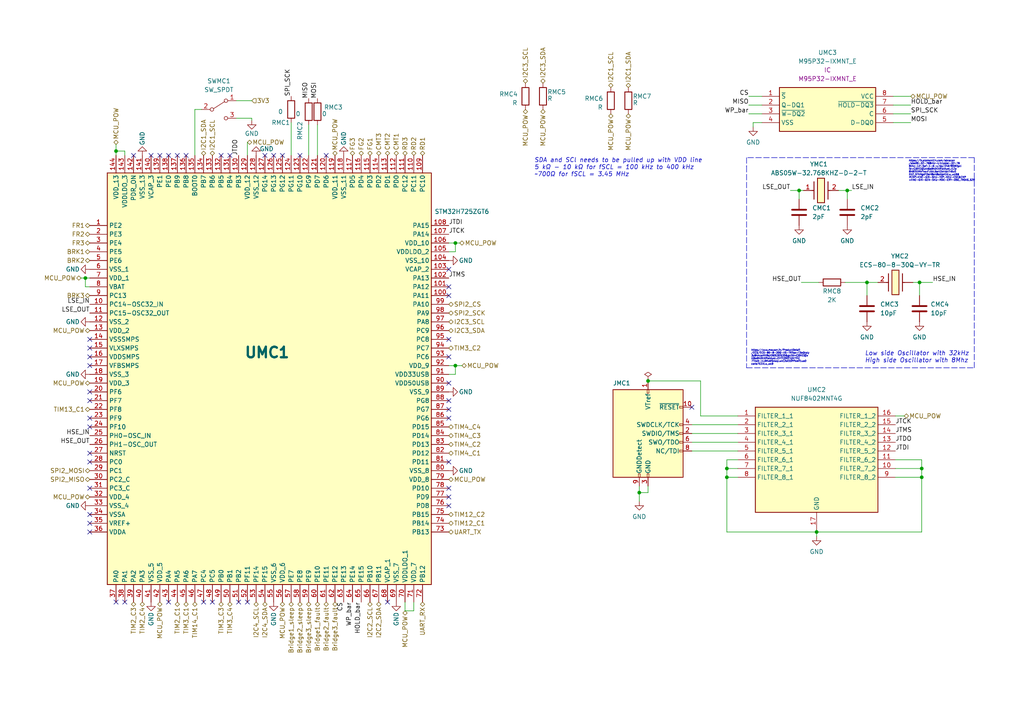
<source format=kicad_sch>
(kicad_sch (version 20211123) (generator eeschema)
  (paper "A4")
  (title_block (title "AOCS BOARD") (company "Parikshit Student Satellite Team"))
  (lib_symbols
    (symbol "ABS05W-32_768KHZ-D-2-T:ABS05W-32.768KHZ-D-2-T" (pin_names hide)
      (property "Value" "ABS05W-32.768KHZ-D-2-T" (at 0 0 0))
      (property "Reference_1" "Y" (at 8.89 6.35 0))
      (property "Value_1" "ABS05W-32.768KHZ-D-2-T" (at 8.89 3.81 0))
      (symbol "ABS05W-32.768KHZ-D-2-T_1_1"
        (polyline (pts (xy 3.048 0) (xy 2.54 0)) (stroke (width 0.254)))
        (polyline (pts (xy 3.048 2.54) (xy 3.048 -2.54)) (stroke (width 0.254)))
        (polyline (pts (xy 7.112 0) (xy 7.62 0)) (stroke (width 0.254)))
        (polyline (pts (xy 7.112 2.54) (xy 7.112 -2.54)) (stroke (width 0.254)))
        (rectangle (start 4.064 3.556) (end 6.096 -3.556) (stroke (width 0.254)) (fill (type background)))
        (pin passive line (at 0 0 0) (length 2.54) (name "1") (number "1"))
        (pin passive line (at 10.16 0 180) (length 2.54) (name "2") (number "2"))
      )
    )
    (symbol "Connector:Conn_ARM_JTAG_SWD_10" (pin_names (offset 1.016))
      (property "Reference" "J" (at -2.54 16.51 0))
      (property "Value" "Conn_ARM_JTAG_SWD_10" (at -2.54 13.97 0))
      (symbol "Conn_ARM_JTAG_SWD_10_0_1"
        (rectangle (start -10.16 12.7) (end 10.16 -12.7) (stroke (width 0.254)) (fill (type background)))
        (rectangle (start -2.794 -12.7) (end -2.286 -11.684))
        (rectangle (start -0.254 -12.7) (end 0.254 -11.684))
        (rectangle (start -0.254 12.7) (end 0.254 11.684))
        (rectangle (start 9.144 2.286) (end 10.16 2.794))
        (rectangle (start 10.16 -2.794) (end 9.144 -2.286))
        (rectangle (start 10.16 -0.254) (end 9.144 0.254))
        (rectangle (start 10.16 7.874) (end 9.144 7.366))
      )
      (symbol "Conn_ARM_JTAG_SWD_10_1_1"
        (rectangle (start 9.144 -5.334) (end 10.16 -4.826))
        (pin power_in line (at 0 15.24 270) (length 2.54) (name "VTref") (number "1"))
        (pin open_collector line (at 12.7 7.62 180) (length 2.54) (name "~{RESET}") (number "10"))
        (pin bidirectional line (at 12.7 0 180) (length 2.54) (name "SWDIO/TMS") (number "2"))
        (pin power_in line (at 0 -15.24 90) (length 2.54) (name "GND") (number "3"))
        (pin output line (at 12.7 2.54 180) (length 2.54) (name "SWDCLK/TCK") (number "4"))
        (pin passive line (at 0 -15.24 90) (length 2.54) hide (name "GND") (number "5"))
        (pin input line (at 12.7 -2.54 180) (length 2.54) (name "SWO/TDO") (number "6"))
        (pin no_connect line (at -10.16 0 0) (length 2.54) hide (name "KEY") (number "7"))
        (pin output line (at 12.7 -5.08 180) (length 2.54) (name "NC/TDI") (number "8"))
        (pin passive line (at -2.54 -15.24 90) (length 2.54) (name "GNDDetect") (number "9"))
      )
    )
    (symbol "Device:C" (pin_numbers hide) (pin_names (offset 0.254))
      (property "Reference" "C" (at 0.635 2.54 0))
      (property "Value" "C" (at 0.635 -2.54 0))
      (symbol "C_0_1"
        (polyline (pts (xy -2.032 -0.762) (xy 2.032 -0.762)) (stroke (width 0.508)))
        (polyline (pts (xy -2.032 0.762) (xy 2.032 0.762)) (stroke (width 0.508)))
      )
      (symbol "C_1_1"
        (pin passive line (at 0 3.81 270) (length 2.794) (name "~") (number "1"))
        (pin passive line (at 0 -3.81 90) (length 2.794) (name "~") (number "2"))
      )
    )
    (symbol "Device:R" (pin_numbers hide) (pin_names (offset 0))
      (property "Reference" "R" (at 2.032 0 90))
      (property "Value" "R" (at 0 0 90))
      (symbol "R_0_1"
        (rectangle (start -1.016 -2.54) (end 1.016 2.54) (stroke (width 0.254)))
      )
      (symbol "R_1_1"
        (pin passive line (at 0 3.81 270) (length 1.27) (name "~") (number "1"))
        (pin passive line (at 0 -3.81 90) (length 1.27) (name "~") (number "2"))
      )
    )
    (symbol "ECS-80-8-30Q-VY-TR:ECS-80-8-30Q-VY-TR" (pin_names hide)
      (property "Value" "ECS-80-8-30Q-VY-TR" (at 0 0 0))
      (property "Reference_1" "Y" (at 8.89 6.35 0))
      (property "Value_1" "ECS-80-8-30Q-VY-TR" (at 8.89 3.81 0))
      (symbol "ECS-80-8-30Q-VY-TR_1_1"
        (polyline (pts (xy 3.048 0) (xy 2.54 0)) (stroke (width 0.254)))
        (polyline (pts (xy 3.048 2.54) (xy 3.048 -2.54)) (stroke (width 0.254)))
        (polyline (pts (xy 7.112 0) (xy 7.62 0)) (stroke (width 0.254)))
        (polyline (pts (xy 7.112 2.54) (xy 7.112 -2.54)) (stroke (width 0.254)))
        (rectangle (start 4.064 3.556) (end 6.096 -3.556) (stroke (width 0.254)) (fill (type background)))
        (pin passive line (at 10.16 0 180) (length 2.54) (name "") (number ""))
        (pin passive line (at 0 0 0) (length 2.54) (name "CRYSTAL_2") (number "2"))
      )
    )
    (symbol "M95P32-IXMNT_E:M95P32-IXMNT_E"
      (property "Value" "M95P32-IXMNT_E" (at 0 0 0))
      (property "Reference_1" "IC" (at 34.29 7.62 0))
      (property "Value_1" "M95P32-IXMNT_E" (at 34.29 5.08 0))
      (symbol "M95P32-IXMNT_E_1_1"
        (rectangle (start 5.08 2.54) (end 33.02 -10.16) (stroke (width 0.254)) (fill (type background)))
        (pin passive line (at 0 0 0) (length 5.08) (name "~{S}") (number "1"))
        (pin passive line (at 0 -2.54 0) (length 5.08) (name "Q-DQ1") (number "2"))
        (pin passive line (at 0 -5.08 0) (length 5.08) (name "~{W-DQ2}") (number "3"))
        (pin passive line (at 0 -7.62 0) (length 5.08) (name "VSS") (number "4"))
        (pin passive line (at 38.1 -7.62 180) (length 5.08) (name "D-DQ0") (number "5"))
        (pin passive line (at 38.1 -5.08 180) (length 5.08) (name "C") (number "6"))
        (pin passive line (at 38.1 -2.54 180) (length 5.08) (name "~{HOLD-DQ3}") (number "7"))
        (pin passive line (at 38.1 0 180) (length 5.08) (name "VCC") (number "8"))
      )
    )
    (symbol "NUF8402MNT4G:NUF8402MNT4G"
      (property "Value" "NUF8402MNT4G" (at 0 0 0))
      (property "Reference_1" "IC" (at 41.91 7.62 0))
      (property "Value_1" "NUF8402MNT4G" (at 41.91 5.08 0))
      (symbol "NUF8402MNT4G_1_1"
        (rectangle (start 5.08 2.54) (end 40.64 -27.94) (stroke (width 0.254)) (fill (type background)))
        (pin passive line (at 0 0 0) (length 5.08) (name "FILTER_1_1") (number "1"))
        (pin passive line (at 45.72 -15.24 180) (length 5.08) (name "FILTER_7_2") (number "10"))
        (pin passive line (at 45.72 -12.7 180) (length 5.08) (name "FILTER_6_2") (number "11"))
        (pin passive line (at 45.72 -10.16 180) (length 5.08) (name "FILTER_5_2") (number "12"))
        (pin passive line (at 45.72 -7.62 180) (length 5.08) (name "FILTER_4_2") (number "13"))
        (pin passive line (at 45.72 -5.08 180) (length 5.08) (name "FILTER_3_2") (number "14"))
        (pin passive line (at 45.72 -2.54 180) (length 5.08) (name "FILTER_2_2") (number "15"))
        (pin passive line (at 45.72 0 180) (length 5.08) (name "FILTER_1_2") (number "16"))
        (pin passive line (at 22.86 -33.02 90) (length 5.08) (name "GND") (number "17"))
        (pin passive line (at 0 -2.54 0) (length 5.08) (name "FILTER_2_1") (number "2"))
        (pin passive line (at 0 -5.08 0) (length 5.08) (name "FILTER_3_1") (number "3"))
        (pin passive line (at 0 -7.62 0) (length 5.08) (name "FILTER_4_1") (number "4"))
        (pin passive line (at 0 -10.16 0) (length 5.08) (name "FILTER_5_1") (number "5"))
        (pin passive line (at 0 -12.7 0) (length 5.08) (name "FILTER_6_1") (number "6"))
        (pin passive line (at 0 -15.24 0) (length 5.08) (name "FILTER_7_1") (number "7"))
        (pin passive line (at 0 -17.78 0) (length 5.08) (name "FILTER_8_1") (number "8"))
        (pin passive line (at 45.72 -17.78 180) (length 5.08) (name "FILTER_8_2") (number "9"))
      )
    )
    (symbol "STM32H725ZGT6:STM32H725ZGT6"
      (property "Value" "STM32H725ZGT6" (at 0 0 0))
      (property "Reference_1" "IC" (at 100.33 20.32 0))
      (property "Value_1" "STM32H725ZGT6" (at 100.33 17.78 0))
      (symbol "STM32H725ZGT6_1_1"
        (rectangle (start 5.08 15.24) (end 99.06 -104.14) (stroke (width 0.254)) (fill (type background)))
        (pin passive line (at 0 0 0) (length 5.08) (name "PE2") (number "1"))
        (pin passive line (at 0 -22.86 0) (length 5.08) (name "PC14-OSC32_IN") (number "10"))
        (pin passive line (at 104.14 -20.32 180) (length 5.08) (name "PA11") (number "100"))
        (pin passive line (at 104.14 -17.78 180) (length 5.08) (name "PA12") (number "101"))
        (pin passive line (at 104.14 -15.24 180) (length 5.08) (name "PA13") (number "102"))
        (pin passive line (at 104.14 -12.7 180) (length 5.08) (name "VCAP_2") (number "103"))
        (pin passive line (at 104.14 -10.16 180) (length 5.08) (name "VSS_10") (number "104"))
        (pin passive line (at 104.14 -7.62 180) (length 5.08) (name "VDDLDO_2") (number "105"))
        (pin passive line (at 104.14 -5.08 180) (length 5.08) (name "VDD_10") (number "106"))
        (pin passive line (at 104.14 -2.54 180) (length 5.08) (name "PA14") (number "107"))
        (pin passive line (at 104.14 0 180) (length 5.08) (name "PA15") (number "108"))
        (pin passive line (at 96.52 20.32 270) (length 5.08) (name "PC10") (number "109"))
        (pin passive line (at 0 -25.4 0) (length 5.08) (name "PC15-OSC32_OUT") (number "11"))
        (pin passive line (at 93.98 20.32 270) (length 5.08) (name "PC11") (number "110"))
        (pin passive line (at 91.44 20.32 270) (length 5.08) (name "PC12") (number "111"))
        (pin passive line (at 88.9 20.32 270) (length 5.08) (name "PD0") (number "112"))
        (pin passive line (at 86.36 20.32 270) (length 5.08) (name "PD1") (number "113"))
        (pin passive line (at 83.82 20.32 270) (length 5.08) (name "PD2") (number "114"))
        (pin passive line (at 81.28 20.32 270) (length 5.08) (name "PD3") (number "115"))
        (pin passive line (at 78.74 20.32 270) (length 5.08) (name "PD4") (number "116"))
        (pin passive line (at 76.2 20.32 270) (length 5.08) (name "PD5") (number "117"))
        (pin passive line (at 73.66 20.32 270) (length 5.08) (name "VSS_11") (number "118"))
        (pin passive line (at 71.12 20.32 270) (length 5.08) (name "VDD_11") (number "119"))
        (pin passive line (at 0 -27.94 0) (length 5.08) (name "VSS_2") (number "12"))
        (pin passive line (at 68.58 20.32 270) (length 5.08) (name "PD6") (number "120"))
        (pin passive line (at 66.04 20.32 270) (length 5.08) (name "PD7") (number "121"))
        (pin passive line (at 63.5 20.32 270) (length 5.08) (name "PG9") (number "122"))
        (pin passive line (at 60.96 20.32 270) (length 5.08) (name "PG10") (number "123"))
        (pin passive line (at 58.42 20.32 270) (length 5.08) (name "PG11") (number "124"))
        (pin passive line (at 55.88 20.32 270) (length 5.08) (name "PG12") (number "125"))
        (pin passive line (at 53.34 20.32 270) (length 5.08) (name "PG13") (number "126"))
        (pin passive line (at 50.8 20.32 270) (length 5.08) (name "PG14") (number "127"))
        (pin passive line (at 48.26 20.32 270) (length 5.08) (name "VSS_12") (number "128"))
        (pin passive line (at 45.72 20.32 270) (length 5.08) (name "VDD_12") (number "129"))
        (pin passive line (at 0 -30.48 0) (length 5.08) (name "VDD_2") (number "13"))
        (pin passive line (at 43.18 20.32 270) (length 5.08) (name "PB3") (number "130"))
        (pin passive line (at 40.64 20.32 270) (length 5.08) (name "PB4") (number "131"))
        (pin passive line (at 38.1 20.32 270) (length 5.08) (name "PB5") (number "132"))
        (pin passive line (at 35.56 20.32 270) (length 5.08) (name "PB6") (number "133"))
        (pin passive line (at 33.02 20.32 270) (length 5.08) (name "PB7") (number "134"))
        (pin passive line (at 30.48 20.32 270) (length 5.08) (name "BOOT0") (number "135"))
        (pin passive line (at 27.94 20.32 270) (length 5.08) (name "PB8") (number "136"))
        (pin passive line (at 25.4 20.32 270) (length 5.08) (name "PB9") (number "137"))
        (pin passive line (at 22.86 20.32 270) (length 5.08) (name "PE0") (number "138"))
        (pin passive line (at 20.32 20.32 270) (length 5.08) (name "PE1") (number "139"))
        (pin passive line (at 0 -33.02 0) (length 5.08) (name "VSSSMPS") (number "14"))
        (pin passive line (at 17.78 20.32 270) (length 5.08) (name "VCAP_3") (number "140"))
        (pin passive line (at 15.24 20.32 270) (length 5.08) (name "VSS_13") (number "141"))
        (pin passive line (at 12.7 20.32 270) (length 5.08) (name "PDR_ON") (number "142"))
        (pin passive line (at 10.16 20.32 270) (length 5.08) (name "VDDLDO_3") (number "143"))
        (pin passive line (at 7.62 20.32 270) (length 5.08) (name "VDD_13") (number "144"))
        (pin passive line (at 0 -35.56 0) (length 5.08) (name "VLXSMPS") (number "15"))
        (pin passive line (at 0 -38.1 0) (length 5.08) (name "VDDSMPS") (number "16"))
        (pin passive line (at 0 -40.64 0) (length 5.08) (name "VFBSMPS") (number "17"))
        (pin passive line (at 0 -43.18 0) (length 5.08) (name "VSS_3") (number "18"))
        (pin passive line (at 0 -45.72 0) (length 5.08) (name "VDD_3") (number "19"))
        (pin passive line (at 0 -2.54 0) (length 5.08) (name "PE3") (number "2"))
        (pin passive line (at 0 -48.26 0) (length 5.08) (name "PF6") (number "20"))
        (pin passive line (at 0 -50.8 0) (length 5.08) (name "PF7") (number "21"))
        (pin passive line (at 0 -53.34 0) (length 5.08) (name "PF8") (number "22"))
        (pin passive line (at 0 -55.88 0) (length 5.08) (name "PF9") (number "23"))
        (pin passive line (at 0 -58.42 0) (length 5.08) (name "PF10") (number "24"))
        (pin passive line (at 0 -60.96 0) (length 5.08) (name "PH0-OSC_IN") (number "25"))
        (pin passive line (at 0 -63.5 0) (length 5.08) (name "PH1-OSC_OUT") (number "26"))
        (pin passive line (at 0 -66.04 0) (length 5.08) (name "NRST") (number "27"))
        (pin passive line (at 0 -68.58 0) (length 5.08) (name "PC0") (number "28"))
        (pin passive line (at 0 -71.12 0) (length 5.08) (name "PC1") (number "29"))
        (pin passive line (at 0 -5.08 0) (length 5.08) (name "PE4") (number "3"))
        (pin passive line (at 0 -73.66 0) (length 5.08) (name "PC2_C") (number "30"))
        (pin passive line (at 0 -76.2 0) (length 5.08) (name "PC3_C") (number "31"))
        (pin passive line (at 0 -78.74 0) (length 5.08) (name "VDD_4") (number "32"))
        (pin passive line (at 0 -81.28 0) (length 5.08) (name "VSS_4") (number "33"))
        (pin passive line (at 0 -83.82 0) (length 5.08) (name "VSSA") (number "34"))
        (pin passive line (at 0 -86.36 0) (length 5.08) (name "VREF+") (number "35"))
        (pin passive line (at 0 -88.9 0) (length 5.08) (name "VDDA") (number "36"))
        (pin passive line (at 7.62 -109.22 90) (length 5.08) (name "PA0") (number "37"))
        (pin passive line (at 10.16 -109.22 90) (length 5.08) (name "PA1") (number "38"))
        (pin passive line (at 12.7 -109.22 90) (length 5.08) (name "PA2") (number "39"))
        (pin passive line (at 0 -7.62 0) (length 5.08) (name "PE5") (number "4"))
        (pin passive line (at 15.24 -109.22 90) (length 5.08) (name "PA3") (number "40"))
        (pin passive line (at 17.78 -109.22 90) (length 5.08) (name "VSS_5") (number "41"))
        (pin passive line (at 20.32 -109.22 90) (length 5.08) (name "VDD_5") (number "42"))
        (pin passive line (at 22.86 -109.22 90) (length 5.08) (name "PA4") (number "43"))
        (pin passive line (at 25.4 -109.22 90) (length 5.08) (name "PA5") (number "44"))
        (pin passive line (at 27.94 -109.22 90) (length 5.08) (name "PA6") (number "45"))
        (pin passive line (at 30.48 -109.22 90) (length 5.08) (name "PA7") (number "46"))
        (pin passive line (at 33.02 -109.22 90) (length 5.08) (name "PC4") (number "47"))
        (pin passive line (at 35.56 -109.22 90) (length 5.08) (name "PC5") (number "48"))
        (pin passive line (at 38.1 -109.22 90) (length 5.08) (name "PB0") (number "49"))
        (pin passive line (at 0 -10.16 0) (length 5.08) (name "PE6") (number "5"))
        (pin passive line (at 40.64 -109.22 90) (length 5.08) (name "PB1") (number "50"))
        (pin passive line (at 43.18 -109.22 90) (length 5.08) (name "PB2") (number "51"))
        (pin passive line (at 45.72 -109.22 90) (length 5.08) (name "PF11") (number "52"))
        (pin passive line (at 48.26 -109.22 90) (length 5.08) (name "PF14") (number "53"))
        (pin passive line (at 50.8 -109.22 90) (length 5.08) (name "PF15") (number "54"))
        (pin passive line (at 53.34 -109.22 90) (length 5.08) (name "VSS_6") (number "55"))
        (pin passive line (at 55.88 -109.22 90) (length 5.08) (name "VDD_6") (number "56"))
        (pin passive line (at 58.42 -109.22 90) (length 5.08) (name "PE7") (number "57"))
        (pin passive line (at 60.96 -109.22 90) (length 5.08) (name "PE8") (number "58"))
        (pin passive line (at 63.5 -109.22 90) (length 5.08) (name "PE9") (number "59"))
        (pin passive line (at 0 -12.7 0) (length 5.08) (name "VSS_1") (number "6"))
        (pin passive line (at 66.04 -109.22 90) (length 5.08) (name "PE10") (number "60"))
        (pin passive line (at 68.58 -109.22 90) (length 5.08) (name "PE11") (number "61"))
        (pin passive line (at 71.12 -109.22 90) (length 5.08) (name "PE12") (number "62"))
        (pin passive line (at 73.66 -109.22 90) (length 5.08) (name "PE13") (number "63"))
        (pin passive line (at 76.2 -109.22 90) (length 5.08) (name "PE14") (number "64"))
        (pin passive line (at 78.74 -109.22 90) (length 5.08) (name "PE15") (number "65"))
        (pin passive line (at 81.28 -109.22 90) (length 5.08) (name "PB10") (number "66"))
        (pin passive line (at 83.82 -109.22 90) (length 5.08) (name "PB11") (number "67"))
        (pin passive line (at 86.36 -109.22 90) (length 5.08) (name "VCAP_1") (number "68"))
        (pin passive line (at 88.9 -109.22 90) (length 5.08) (name "VSS_7") (number "69"))
        (pin passive line (at 0 -15.24 0) (length 5.08) (name "VDD_1") (number "7"))
        (pin passive line (at 91.44 -109.22 90) (length 5.08) (name "VDDLDO_1") (number "70"))
        (pin passive line (at 93.98 -109.22 90) (length 5.08) (name "VDD_7") (number "71"))
        (pin passive line (at 96.52 -109.22 90) (length 5.08) (name "PB12") (number "72"))
        (pin passive line (at 104.14 -88.9 180) (length 5.08) (name "PB13") (number "73"))
        (pin passive line (at 104.14 -86.36 180) (length 5.08) (name "PB14") (number "74"))
        (pin passive line (at 104.14 -83.82 180) (length 5.08) (name "PB15") (number "75"))
        (pin passive line (at 104.14 -81.28 180) (length 5.08) (name "PD8") (number "76"))
        (pin passive line (at 104.14 -78.74 180) (length 5.08) (name "PD9") (number "77"))
        (pin passive line (at 104.14 -76.2 180) (length 5.08) (name "PD10") (number "78"))
        (pin passive line (at 104.14 -73.66 180) (length 5.08) (name "VDD_8") (number "79"))
        (pin passive line (at 0 -17.78 0) (length 5.08) (name "VBAT") (number "8"))
        (pin passive line (at 104.14 -71.12 180) (length 5.08) (name "VSS_8") (number "80"))
        (pin passive line (at 104.14 -68.58 180) (length 5.08) (name "PD11") (number "81"))
        (pin passive line (at 104.14 -66.04 180) (length 5.08) (name "PD12") (number "82"))
        (pin passive line (at 104.14 -63.5 180) (length 5.08) (name "PD13") (number "83"))
        (pin passive line (at 104.14 -60.96 180) (length 5.08) (name "PD14") (number "84"))
        (pin passive line (at 104.14 -58.42 180) (length 5.08) (name "PD15") (number "85"))
        (pin passive line (at 104.14 -55.88 180) (length 5.08) (name "PG6") (number "86"))
        (pin passive line (at 104.14 -53.34 180) (length 5.08) (name "PG7") (number "87"))
        (pin passive line (at 104.14 -50.8 180) (length 5.08) (name "PG8") (number "88"))
        (pin passive line (at 104.14 -48.26 180) (length 5.08) (name "VSS_9") (number "89"))
        (pin passive line (at 0 -20.32 0) (length 5.08) (name "PC13") (number "9"))
        (pin passive line (at 104.14 -45.72 180) (length 5.08) (name "VDD50USB") (number "90"))
        (pin passive line (at 104.14 -43.18 180) (length 5.08) (name "VDD33USB") (number "91"))
        (pin passive line (at 104.14 -40.64 180) (length 5.08) (name "VDD_9") (number "92"))
        (pin passive line (at 104.14 -38.1 180) (length 5.08) (name "PC6") (number "93"))
        (pin passive line (at 104.14 -35.56 180) (length 5.08) (name "PC7") (number "94"))
        (pin passive line (at 104.14 -33.02 180) (length 5.08) (name "PC8") (number "95"))
        (pin passive line (at 104.14 -30.48 180) (length 5.08) (name "PC9") (number "96"))
        (pin passive line (at 104.14 -27.94 180) (length 5.08) (name "PA8") (number "97"))
        (pin passive line (at 104.14 -25.4 180) (length 5.08) (name "PA9") (number "98"))
        (pin passive line (at 104.14 -22.86 180) (length 5.08) (name "PA10") (number "99"))
      )
    )
    (symbol "Switch:SW_SPDT" (pin_names (offset 0) hide)
      (property "Reference" "SW" (at 0 4.318 0))
      (property "Value" "SW_SPDT" (at 0 -5.08 0))
      (symbol "SW_SPDT_0_0"
        (circle (center -2.032 0) (radius 0.508))
        (circle (center 2.032 -2.54) (radius 0.508))
      )
      (symbol "SW_SPDT_0_1"
        (polyline (pts (xy -1.524 0.254) (xy 1.651 2.286)))
        (circle (center 2.032 2.54) (radius 0.508))
      )
      (symbol "SW_SPDT_1_1"
        (pin passive line (at 5.08 2.54 180) (length 2.54) (name "A") (number "1"))
        (pin passive line (at -5.08 0 0) (length 2.54) (name "B") (number "2"))
        (pin passive line (at 5.08 -2.54 180) (length 2.54) (name "C") (number "3"))
      )
    )
    (symbol "power:PWR_FLAG" (power) (pin_numbers hide) (pin_names (offset 0) hide)
      (property "Value" "PWR_FLAG" (at 0 3.81 0))
      (symbol "PWR_FLAG_0_0"
        (pin power_out line (at 0 0 90) (length 0) (name "pwr") (number "1"))
      )
      (symbol "PWR_FLAG_0_1"
        (polyline (pts (xy 0 0) (xy 0 1.27) (xy -1.016 1.905) (xy 0 2.54) (xy 1.016 1.905) (xy 0 1.27)))
      )
    )
    (symbol "upsat-comms-hardware:GND" (power) (pin_names (offset 0))
      (property "Value" "GND" (at 0 -3.81 0))
      (symbol "GND_0_1"
        (polyline (pts (xy 0 0) (xy 0 -1.27) (xy 1.27 -1.27) (xy 0 -2.54) (xy -1.27 -1.27) (xy 0 -1.27)))
      )
      (symbol "GND_1_1"
        (pin power_in line (at 0 0 270) (length 0) hide (name "GND") (number "1"))
      )
    )
  )
  (junction (at 187.96 110.49))
  (junction (at 266.7 81.915))
  (junction (at 231.775 55.245))
  (junction (at 245.745 55.245))
  (junction (at 236.855 154.305))
  (junction (at 267.335 138.43))
  (junction (at 185.42 142.875))
  (junction (at 132.08 106.045))
  (junction (at 132.08 70.485))
  (junction (at 210.82 135.89))
  (junction (at 210.82 138.43))
  (junction (at 267.335 135.89))
  (junction (at 33.655 43.815))
  (junction (at 24.765 80.645))
  (junction (at 251.46 81.915))
  (no_connect (at 130.175 85.725))
  (no_connect (at 130.175 83.185))
  (no_connect (at 26.035 149.225))
  (no_connect (at 26.035 103.505))
  (no_connect (at 46.355 45.085))
  (no_connect (at 69.215 174.625))
  (no_connect (at 26.035 100.965))
  (no_connect (at 48.895 45.085))
  (no_connect (at 130.175 133.985))
  (no_connect (at 64.135 45.085))
  (no_connect (at 51.435 45.085))
  (no_connect (at 26.035 131.445))
  (no_connect (at 130.175 141.605))
  (no_connect (at 26.035 98.425))
  (no_connect (at 130.175 103.505))
  (no_connect (at 26.035 154.305))
  (no_connect (at 66.675 45.085))
  (no_connect (at 112.395 174.625))
  (no_connect (at 26.035 106.045))
  (no_connect (at 59.055 174.625))
  (no_connect (at 130.175 78.105))
  (no_connect (at 26.035 151.765))
  (no_connect (at 26.035 141.605))
  (no_connect (at 33.655 174.625))
  (no_connect (at 130.175 111.125))
  (no_connect (at 26.035 133.985))
  (no_connect (at 26.035 121.285))
  (no_connect (at 48.895 174.625))
  (no_connect (at 79.375 45.085))
  (no_connect (at 94.615 45.085))
  (no_connect (at 26.035 113.665))
  (no_connect (at 53.975 45.085))
  (no_connect (at 130.175 118.745))
  (no_connect (at 130.175 144.145))
  (no_connect (at 81.915 45.085))
  (no_connect (at 36.195 174.625))
  (no_connect (at 76.835 45.085))
  (no_connect (at 130.175 116.205))
  (no_connect (at 130.175 121.285))
  (no_connect (at 200.66 118.11))
  (no_connect (at 130.175 98.425))
  (no_connect (at 26.035 123.825))
  (no_connect (at 38.735 45.085))
  (no_connect (at 71.755 174.625))
  (no_connect (at 61.595 174.625))
  (no_connect (at 43.815 45.085))
  (no_connect (at 86.995 45.085))
  (no_connect (at 26.035 116.205))
  (no_connect (at 130.175 146.685))
  (wire (pts (xy 251.46 81.915) (xy 251.46 85.725)))
  (wire (pts (xy 245.11 81.915) (xy 251.46 81.915)))
  (wire (pts (xy 33.655 41.91) (xy 33.655 43.815)))
  (wire (pts (xy 187.96 110.49) (xy 203.2 110.49)))
  (wire (pts (xy 210.82 133.35) (xy 210.82 135.89)))
  (wire (pts (xy 243.205 55.245) (xy 245.745 55.245)))
  (polyline (pts (xy 282.575 45.72) (xy 216.535 45.72)))
  (wire (pts (xy 259.08 33.02) (xy 264.16 33.02)))
  (wire (pts (xy 133.985 106.045) (xy 132.08 106.045)))
  (wire (pts (xy 132.08 73.025) (xy 132.08 70.485)))
  (wire (pts (xy 132.08 106.045) (xy 130.175 106.045)))
  (polyline (pts (xy 216.535 45.72) (xy 216.535 48.26)))
  (wire (pts (xy 259.715 135.89) (xy 267.335 135.89)))
  (wire (pts (xy 210.82 138.43) (xy 213.995 138.43)))
  (wire (pts (xy 264.795 81.915) (xy 266.7 81.915)))
  (wire (pts (xy 130.175 70.485) (xy 132.08 70.485)))
  (wire (pts (xy 58.42 31.75) (xy 56.515 31.75)))
  (wire (pts (xy 217.17 27.94) (xy 220.98 27.94)))
  (wire (pts (xy 231.775 55.245) (xy 231.775 57.785)))
  (wire (pts (xy 120.015 177.165) (xy 117.475 177.165)))
  (wire (pts (xy 259.715 133.35) (xy 267.335 133.35)))
  (wire (pts (xy 210.82 135.89) (xy 210.82 138.43)))
  (wire (pts (xy 218.44 35.56) (xy 218.44 36.83)))
  (wire (pts (xy 203.2 110.49) (xy 203.2 120.65)))
  (wire (pts (xy 36.195 45.085) (xy 36.195 43.815)))
  (wire (pts (xy 185.42 142.875) (xy 185.42 145.415)))
  (wire (pts (xy 231.775 55.245) (xy 233.045 55.245)))
  (polyline (pts (xy 216.535 48.26) (xy 216.535 106.68)))
  (polyline (pts (xy 216.535 106.68) (xy 282.575 106.68)))
  (wire (pts (xy 267.335 135.89) (xy 267.335 138.43)))
  (wire (pts (xy 245.745 55.245) (xy 245.745 57.785)))
  (wire (pts (xy 217.17 30.48) (xy 220.98 30.48)))
  (wire (pts (xy 266.7 81.915) (xy 266.7 85.725)))
  (wire (pts (xy 232.41 81.915) (xy 237.49 81.915)))
  (wire (pts (xy 26.035 83.185) (xy 24.765 83.185)))
  (wire (pts (xy 56.515 31.75) (xy 56.515 45.085)))
  (wire (pts (xy 73.025 34.29) (xy 73.025 34.925)))
  (wire (pts (xy 236.855 154.305) (xy 236.855 155.575)))
  (wire (pts (xy 245.745 55.245) (xy 247.015 55.245)))
  (wire (pts (xy 200.66 125.73) (xy 213.995 125.73)))
  (wire (pts (xy 23.495 80.645) (xy 24.765 80.645)))
  (wire (pts (xy 213.995 133.35) (xy 210.82 133.35)))
  (wire (pts (xy 73.025 34.29) (xy 68.58 34.29)))
  (wire (pts (xy 259.08 27.94) (xy 264.16 27.94)))
  (wire (pts (xy 117.475 177.165) (xy 117.475 174.625)))
  (wire (pts (xy 84.455 35.56) (xy 84.455 45.085)))
  (wire (pts (xy 132.08 70.485) (xy 133.35 70.485)))
  (wire (pts (xy 185.42 140.97) (xy 185.42 142.875)))
  (wire (pts (xy 267.335 133.35) (xy 267.335 135.89)))
  (wire (pts (xy 200.66 128.27) (xy 213.995 128.27)))
  (wire (pts (xy 220.98 35.56) (xy 218.44 35.56)))
  (wire (pts (xy 267.335 154.305) (xy 236.855 154.305)))
  (wire (pts (xy 24.765 80.645) (xy 26.035 80.645)))
  (wire (pts (xy 71.755 41.275) (xy 71.755 45.085)))
  (wire (pts (xy 251.46 81.915) (xy 254.635 81.915)))
  (wire (pts (xy 68.58 29.21) (xy 73.025 29.21)))
  (wire (pts (xy 259.08 30.48) (xy 264.16 30.48)))
  (wire (pts (xy 259.715 138.43) (xy 267.335 138.43)))
  (wire (pts (xy 130.175 108.585) (xy 132.08 108.585)))
  (wire (pts (xy 132.08 108.585) (xy 132.08 106.045)))
  (wire (pts (xy 120.015 174.625) (xy 120.015 177.165)))
  (wire (pts (xy 217.17 33.02) (xy 220.98 33.02)))
  (wire (pts (xy 259.08 35.56) (xy 264.16 35.56)))
  (wire (pts (xy 210.82 138.43) (xy 210.82 154.305)))
  (wire (pts (xy 92.075 36.195) (xy 92.075 45.085)))
  (wire (pts (xy 187.96 140.97) (xy 187.96 142.875)))
  (wire (pts (xy 203.2 120.65) (xy 213.995 120.65)))
  (wire (pts (xy 210.82 154.305) (xy 236.855 154.305)))
  (wire (pts (xy 187.96 142.875) (xy 185.42 142.875)))
  (wire (pts (xy 236.855 154.305) (xy 236.855 153.67)))
  (wire (pts (xy 229.235 55.245) (xy 231.775 55.245)))
  (polyline (pts (xy 282.575 106.68) (xy 282.575 45.72)))
  (wire (pts (xy 267.335 138.43) (xy 267.335 154.305)))
  (wire (pts (xy 200.66 130.81) (xy 213.995 130.81)))
  (wire (pts (xy 259.715 120.65) (xy 262.255 120.65)))
  (wire (pts (xy 24.765 83.185) (xy 24.765 80.645)))
  (wire (pts (xy 200.66 123.19) (xy 213.995 123.19)))
  (wire (pts (xy 210.82 135.89) (xy 213.995 135.89)))
  (wire (pts (xy 89.535 36.195) (xy 89.535 45.085)))
  (wire (pts (xy 36.195 43.815) (xy 33.655 43.815)))
  (wire (pts (xy 33.655 43.815) (xy 33.655 45.085)))
  (wire (pts (xy 266.7 81.915) (xy 270.51 81.915)))
  (wire (pts (xy 130.175 73.025) (xy 132.08 73.025)))
  (text "Low side Oscillator with 32kHz\nHigh side Oscillator with 8Mhz" (at 250.825 105.41 0) (effects (font (size 1.27 1.27) italic) (justify left bottom)))
  (text "SDA and SCl needs to be pulled up with VDD line\n5 kΩ - 10 kΩ for fSCL = 100 kHz to 400 kHz\n~700Ω for fSCL = 3.45 MHz\n" (at 154.94 51.435 0) (effects (font (size 1.27 1.27) italic) (justify left bottom)))
  (text "https://in.element14.com/abracon\n/abs05-32-768khz-t/crystal-32-76\n8khz-12-5pf-1-6-x/dp/2467859?gcl\nid=Cj0KCQjwkt6aBhDKARIsAAyeLJ1Za\n8h9IXKMhFnovFJltkL6aVZbkVakTrBuO\nNVZ_SThMgdFOoH8o48aAtprEALw_wcB&\n?CMP=KNC-GIN-SKU-TOP-SKU-CSE&CMP\n=KNC-GIN-GEN-SKU-MDC-CRY-OSC_TROAS_S29" (at 263.525 52.705 0) (effects (font (size 0.5 0.5) italic) (justify left bottom)))
  (text "https://www.mouser.in/ProductDetail\n/ECS/ECS-80-8-30Q-VS-TR?qs=T3oQrply\n3y8AmzaMN9qXDQ%3D%3D&gclid=Cj0KCQjw\nkt6aBhDKARIsAAyeLJ2VTiI393T4jAi7t4j\n7TVoN-1L0Mv6fbAeqLwkC2of2DPPoWf1uoO\ncaAo7CEALw_wcB" (at 217.805 106.045 0) (effects (font (size 0.5 0.5) italic) (justify left bottom)))
  (label "JTMS" (at 130.175 80.645 0))
  (label "CS" (at 217.17 27.94 180))
  (label "CS" (at 99.695 174.625 270))
  (label "LSE_IN" (at 26.035 88.265 180))
  (label "JTDO" (at 259.715 128.27 0))
  (label "JTMS" (at 259.715 125.73 0))
  (label "HOLD_bar" (at 104.775 174.625 270))
  (label "MISO" (at 217.17 30.48 180))
  (label "MISO" (at 89.535 28.575 90))
  (label "MOSI" (at 92.075 28.575 90))
  (label "JTDI" (at 130.175 65.405 0))
  (label "JTDO" (at 69.215 45.085 90))
  (label "HSE_OUT" (at 26.035 128.905 180))
  (label "SPI_SCK" (at 84.455 27.94 90))
  (label "MOSI" (at 264.16 35.56 0))
  (label "WP_bar" (at 217.17 33.02 180))
  (label "SPI_SCK" (at 264.16 33.02 0))
  (label "WP_bar" (at 102.235 174.625 270))
  (label "LSE_OUT" (at 229.235 55.245 180))
  (label "LSE_OUT" (at 26.035 90.805 180))
  (label "JTDI" (at 259.715 130.81 0))
  (label "HSE_IN" (at 26.035 126.365 180))
  (label "LSE_IN" (at 247.015 55.245 0))
  (label "JTCK" (at 259.715 123.19 0))
  (label "HSE_OUT" (at 232.41 81.915 180))
  (label "HOLD_bar" (at 264.16 30.48 0))
  (label "HSE_IN" (at 270.51 81.915 0))
  (label "JTCK" (at 130.175 67.945 0))
  (hierarchical_label "Bridge2_sleep" (shape bidirectional) (at 86.995 174.625 270))
  (hierarchical_label "TIM4_C1" (shape bidirectional) (at 130.175 131.445 0))
  (hierarchical_label "I2C4_SDA" (shape bidirectional) (at 76.835 174.625 270))
  (hierarchical_label "Bridge2_fault" (shape bidirectional) (at 94.615 174.625 270))
  (hierarchical_label "I2C2_SCL" (shape bidirectional) (at 107.315 174.625 270))
  (hierarchical_label "TIM2_C1" (shape bidirectional) (at 51.435 174.625 270))
  (hierarchical_label "MCU_POW" (shape bidirectional) (at 262.255 120.65 0))
  (hierarchical_label "I2C4_SCL" (shape bidirectional) (at 74.295 174.625 270))
  (hierarchical_label "TIM2_C4" (shape bidirectional) (at 41.275 174.625 270))
  (hierarchical_label "TIM2_C3" (shape bidirectional) (at 38.735 174.625 270))
  (hierarchical_label "FG1" (shape bidirectional) (at 107.315 45.085 90))
  (hierarchical_label "MCU_POW" (shape bidirectional) (at 97.155 45.085 90))
  (hierarchical_label "FG3" (shape bidirectional) (at 102.235 45.085 90))
  (hierarchical_label "TIM14_C1" (shape bidirectional) (at 56.515 174.625 270))
  (hierarchical_label "SPI2_MISO" (shape bidirectional) (at 26.035 139.065 180))
  (hierarchical_label "MCU_POW" (shape bidirectional) (at 157.48 31.75 270))
  (hierarchical_label "MCU_POW" (shape bidirectional) (at 130.175 139.065 0))
  (hierarchical_label "I2C1_SCL" (shape bidirectional) (at 177.165 25.4 90))
  (hierarchical_label "MCU_POW" (shape bidirectional) (at 117.475 177.165 270))
  (hierarchical_label "UART_RX" (shape bidirectional) (at 122.555 174.625 270))
  (hierarchical_label "Bridge1_fault" (shape bidirectional) (at 92.075 174.625 270))
  (hierarchical_label "I2C2_SDA" (shape bidirectional) (at 109.855 174.625 270))
  (hierarchical_label "TIM4_C2" (shape bidirectional) (at 130.175 128.905 0))
  (hierarchical_label "MCU_POW" (shape bidirectional) (at 81.915 174.625 270))
  (hierarchical_label "MCU_POW" (shape bidirectional) (at 26.035 144.145 180))
  (hierarchical_label "Bridge3_fault" (shape bidirectional) (at 97.155 174.625 270))
  (hierarchical_label "MCU_POW" (shape bidirectional) (at 23.495 80.645 180))
  (hierarchical_label "MCU_POW" (shape bidirectional) (at 33.655 41.91 90))
  (hierarchical_label "TIM3_C2" (shape bidirectional) (at 130.175 100.965 0))
  (hierarchical_label "UART_TX" (shape bidirectional) (at 130.175 154.305 0))
  (hierarchical_label "CMT2" (shape bidirectional) (at 112.395 45.085 90))
  (hierarchical_label "BRK3" (shape bidirectional) (at 26.035 85.725 180))
  (hierarchical_label "FR3" (shape bidirectional) (at 26.035 70.485 180))
  (hierarchical_label "MCU_POW" (shape bidirectional) (at 182.245 33.02 270))
  (hierarchical_label "MCU_POW" (shape bidirectional) (at 264.16 27.94 0))
  (hierarchical_label "BRK1" (shape bidirectional) (at 26.035 73.025 180))
  (hierarchical_label "I2C1_SDA" (shape bidirectional) (at 182.245 25.4 90))
  (hierarchical_label "MCU_POW" (shape bidirectional) (at 71.755 41.275 0))
  (hierarchical_label "TIM3_C3" (shape bidirectional) (at 64.135 174.625 270))
  (hierarchical_label "MCU_POW" (shape bidirectional) (at 133.35 70.485 0))
  (hierarchical_label "I2C3_SCL" (shape bidirectional) (at 152.4 24.13 90))
  (hierarchical_label "RD1" (shape bidirectional) (at 122.555 45.085 90))
  (hierarchical_label "SPI2_CS" (shape bidirectional) (at 130.175 88.265 0))
  (hierarchical_label "I2C1_SCL" (shape bidirectional) (at 61.595 45.085 90))
  (hierarchical_label "CMT3" (shape bidirectional) (at 109.855 45.085 90))
  (hierarchical_label "TIM3_C4" (shape bidirectional) (at 66.675 174.625 270))
  (hierarchical_label "TIM12_C2" (shape bidirectional) (at 130.175 149.225 0))
  (hierarchical_label "3V3" (shape input) (at 73.025 29.21 0))
  (hierarchical_label "TIM4_C3" (shape bidirectional) (at 130.175 126.365 0))
  (hierarchical_label "MCU_POW" (shape bidirectional) (at 26.035 111.125 180))
  (hierarchical_label "Bridge3_sleep" (shape bidirectional) (at 89.535 174.625 270))
  (hierarchical_label "I2C3_SCL" (shape bidirectional) (at 130.175 93.345 0))
  (hierarchical_label "I2C1_SDA" (shape bidirectional) (at 59.055 45.085 90))
  (hierarchical_label "Bridge1_sleep" (shape bidirectional) (at 84.455 174.625 270))
  (hierarchical_label "TIM12_C1" (shape bidirectional) (at 130.175 151.765 0))
  (hierarchical_label "MCU_POW" (shape bidirectional) (at 26.035 95.885 180))
  (hierarchical_label "TIM4_C4" (shape bidirectional) (at 130.175 123.825 0))
  (hierarchical_label "TIM13_C1" (shape bidirectional) (at 26.035 118.745 180))
  (hierarchical_label "RD3" (shape bidirectional) (at 117.475 45.085 90))
  (hierarchical_label "I2C3_SDA" (shape bidirectional) (at 157.48 24.13 90))
  (hierarchical_label "I2C3_SDA" (shape bidirectional) (at 130.175 95.885 0))
  (hierarchical_label "SPI2_MOSI" (shape bidirectional) (at 26.035 136.525 180))
  (hierarchical_label "FG2" (shape bidirectional) (at 104.775 45.085 90))
  (hierarchical_label "MCU_POW" (shape bidirectional) (at 152.4 31.75 270))
  (hierarchical_label "RD2" (shape bidirectional) (at 120.015 45.085 90))
  (hierarchical_label "MCU_POW" (shape bidirectional) (at 133.985 106.045 0))
  (hierarchical_label "MCU_POW" (shape bidirectional) (at 177.165 33.02 270))
  (hierarchical_label "FR1" (shape bidirectional) (at 26.035 65.405 180))
  (hierarchical_label "BRK2" (shape bidirectional) (at 26.035 75.565 180))
  (hierarchical_label "CMT1" (shape bidirectional) (at 114.935 45.085 90))
  (hierarchical_label "FR2" (shape bidirectional) (at 26.035 67.945 180))
  (hierarchical_label "SPI2_SCK" (shape bidirectional) (at 130.175 90.805 0))
  (hierarchical_label "MCU_POW" (shape bidirectional) (at 46.355 174.625 270))
  (hierarchical_label "TIM3_C1" (shape bidirectional) (at 53.975 174.625 270))
  (symbol (lib_id "Device:R") (at 177.165 29.21 0) (unit 1)
    (property "Reference" "RMC6" (at 169.545 28.575 0) (effects (justify left)))
    (property "Value" "R" (at 173.355 31.115 0) (effects (justify left)))
    (property "Footprint" "Resistor_SMD:R_0603_1608Metric" (effects hide))
  )
  (symbol (lib_id "upsat-comms-hardware:GND") (at 26.035 146.685 270) (unit 1)
    (property "Reference" "#PWR018" (effects hide))
    (property "Value" "GND" (at 19.05 146.685 90) (effects (justify left)))
  )
  (symbol (lib_id "upsat-comms-hardware:GND") (at 26.035 78.105 270) (unit 1)
    (property "Reference" "#PWR015" (effects hide))
    (property "Value" "GND" (at 19.05 78.105 90) (effects (justify left)))
  )
  (symbol (lib_id "upsat-comms-hardware:GND") (at 73.025 34.925 0) (unit 1)
    (property "Reference" "#PWR021" (effects hide))
    (property "Value" "GND" (at 73.025 38.735 0))
  )
  (symbol (lib_id "Device:R") (at 84.455 31.75 0) (unit 1)
    (property "Reference" "RMC1" (at 78.74 35.56 0) (effects (justify left)))
    (property "Value" "0" (at 80.645 32.385 0) (effects (justify left)))
    (property "Footprint" "Resistor_SMD:R_0603_1608Metric" (effects hide))
  )
  (symbol (lib_id "upsat-comms-hardware:GND") (at 114.935 174.625 0) (unit 1)
    (property "Reference" "#PWR025" (effects hide))
    (property "Value" "GND" (at 114.935 181.61 90) (effects (justify left)))
  )
  (symbol (lib_id "upsat-comms-hardware:GND") (at 26.035 93.345 270) (unit 1)
    (property "Reference" "#PWR016" (effects hide))
    (property "Value" "GND" (at 19.05 93.345 90) (effects (justify left)))
  )
  (symbol (lib_id "upsat-comms-hardware:GND") (at 26.035 108.585 270) (unit 1)
    (property "Reference" "#PWR017" (effects hide))
    (property "Value" "GND" (at 19.05 108.585 90) (effects (justify left)))
  )
  (symbol (lib_id "Device:C") (at 251.46 89.535 0) (unit 1)
    (property "Reference" "CMC3" (at 255.27 88.2649 0) (effects (justify left)))
    (property "Value" "10pF" (at 255.27 90.8049 0) (effects (justify left)))
    (property "Footprint" "Capacitor_SMD:C_0603_1608Metric" (effects hide))
  )
  (symbol (lib_id "ABS05W-32_768KHZ-D-2-T:ABS05W-32.768KHZ-D-2-T") (at 233.045 55.245 0) (unit 1)
    (property "Reference" "YMC1" (at 237.49 47.625 0))
    (property "Value" "ABS05W-32.768KHZ-D-2-T" (at 237.49 50.165 0))
    (property "Footprint" "ABS05W-32.768KHZ-D-2-T:ABS05W32768KHZD2T" (effects hide))
    (property "Reference_1" "Y" (effects hide))
    (property "Value_1" "ABS05W-32.768KHZ-D-2-T" (effects hide))
    (property "Footprint_1" "ABS05W32768KHZD2T" (effects hide))
    (property "Datasheet_1" "https://abracon.com/Resonators/ABS05W.pdf" (effects hide))
    (property "Height" "0.5" (effects hide))
    (property "Manufacturer_Name" "ABRACON" (effects hide))
    (property "Manufacturer_Part_Number" "ABS05W-32.768KHZ-D-2-T" (effects hide))
  )
  (symbol (lib_id "STM32H725ZGT6:STM32H725ZGT6") (at 26.035 65.405 0) (unit 1) (in_bom no)
    (property "Reference" "UMC1" (at 77.47 102.235 0) (effects (font (size 3.048 3.048) bold)))
    (property "Value" "STM32H725ZGT6" (at 133.985 61.3662 0))
    (property "Footprint" "STM32H725ZGT6:QFP50P2200X2200X160-144N" (effects hide))
    (property "Reference_1" "IC" (effects hide))
    (property "Value_1" "STM32H725ZGT6" (effects hide))
    (property "Footprint_1" "QFP50P2200X2200X160-144N" (effects hide))
    (property "Datasheet_1" "https://www.st.com/resource/en/datasheet/stm32h725ag.pdf" (effects hide))
    (property "Height" "1.6" (effects hide))
    (property "Mouser Part Number" "511-STM32H725ZGT6" (effects hide))
    (property "Mouser Price/Stock" "https://www.mouser.co.uk/ProductDetail/STMicroelectronics/STM32H725ZGT6?qs=sPbYRqrBIVkxUSEHgllpOw%3D%3D" (effects hide))
    (property "Manufacturer_Name" "STMicroelectronics" (effects hide))
    (property "Manufacturer_Part_Number" "STM32H725ZGT6" (effects hide))
  )
  (symbol (lib_id "upsat-comms-hardware:GND") (at 130.175 136.525 90) (unit 1)
    (property "Reference" "#PWR028" (effects hide))
    (property "Value" "GND" (at 137.16 136.525 90) (effects (justify left)))
  )
  (symbol (lib_id "Connector:Conn_ARM_JTAG_SWD_10") (at 187.96 125.73 0) (unit 1)
    (property "Reference" "JMC1" (at 182.88 111.125 0) (effects (justify right)))
    (property "Value" "Conn_ARM_JTAG_SWD_10" (effects hide))
    (property "Footprint" "SamacSys_Parts:FTSH10501LDVK" (effects hide))
    (property "Datasheet" "http://infocenter.arm.com/help/topic/com.arm.doc.ddi0314h/DDI0314H_coresight_components_trm.pdf" (effects hide))
  )
  (symbol (lib_id "upsat-comms-hardware:GND") (at 245.745 65.405 0) (unit 1)
    (property "Reference" "#PWR033" (effects hide))
    (property "Value" "GND" (at 245.745 69.85 0))
  )
  (symbol (lib_id "Device:R") (at 241.3 81.915 90) (unit 1)
    (property "Reference" "RMC8" (at 241.3 84.455 90))
    (property "Value" "2K" (at 241.3 86.995 90))
    (property "Footprint" "Resistor_SMD:R_0603_1608Metric" (effects hide))
  )
  (symbol (lib_id "Switch:SW_SPDT") (at 63.5 31.75 0) (unit 1)
    (property "Reference" "SWMC1" (at 63.5 23.495 0))
    (property "Value" "SW_SPDT" (at 63.5 26.035 0))
    (property "Footprint" "Button_Switch_THT:SW_Push_1P2T_Vertical_E-Switch_800UDP8P1A1M6" (effects hide))
  )
  (symbol (lib_id "upsat-comms-hardware:GND") (at 218.44 36.83 0) (unit 1)
    (property "Reference" "#PWR030" (effects hide))
    (property "Value" "GND" (at 218.44 41.275 0))
  )
  (symbol (lib_id "Device:C") (at 245.745 61.595 0) (unit 1)
    (property "Reference" "CMC2" (at 249.555 60.3249 0) (effects (justify left)))
    (property "Value" "2pF" (at 249.555 62.8649 0) (effects (justify left)))
    (property "Footprint" "Capacitor_SMD:C_0603_1608Metric" (effects hide))
  )
  (symbol (lib_id "Device:R") (at 92.075 32.385 0) (unit 1)
    (property "Reference" "RMC3" (at 93.98 31.115 0) (effects (justify left)))
    (property "Value" "0" (at 93.345 33.02 0) (effects (justify left)))
    (property "Footprint" "Resistor_SMD:R_0603_1608Metric" (effects hide))
  )
  (symbol (lib_id "upsat-comms-hardware:GND") (at 130.175 75.565 90) (unit 1)
    (property "Reference" "#PWR026" (effects hide))
    (property "Value" "GND" (at 137.16 75.565 90) (effects (justify left)))
  )
  (symbol (lib_id "upsat-comms-hardware:GND") (at 266.7 93.345 0) (unit 1)
    (property "Reference" "#PWR035" (effects hide))
    (property "Value" "GND" (at 266.7 97.79 0))
  )
  (symbol (lib_id "Device:R") (at 157.48 27.94 0) (unit 1)
    (property "Reference" "RMC5" (at 158.75 26.67 0) (effects (justify left)))
    (property "Value" "R" (at 158.75 28.575 0) (effects (justify left)))
    (property "Footprint" "Resistor_SMD:R_0603_1608Metric" (effects hide))
  )
  (symbol (lib_id "M95P32-IXMNT_E:M95P32-IXMNT_E") (at 220.98 27.94 0) (unit 1)
    (property "Reference" "UMC3" (at 240.03 15.24 0))
    (property "Value" "M95P32-IXMNT_E" (at 240.03 17.78 0))
    (property "Footprint" "M95P32-IXMNT_E:SOIC127P600X175-8N" (effects hide))
    (property "Reference_1" "IC" (at 240.03 20.32 0))
    (property "Value_1" "M95P32-IXMNT_E" (at 240.03 22.86 0))
    (property "Footprint_1" "SOIC127P600X175-8N" (effects hide))
    (property "Datasheet_1" "https://www.st.com/resource/en/datasheet/m95p32-i.pdf" (effects hide))
    (property "Height" "1.75" (effects hide))
    (property "Mouser Part Number" "511-M95P32-IXMNT/E" (effects hide))
    (property "Mouser Price/Stock" "https://www.mouser.co.uk/ProductDetail/STMicroelectronics/M95P32-IXMNT-E?qs=By6Nw2ByBD3xLRoMab161g%3D%3D" (effects hide))
    (property "Manufacturer_Name" "STMicroelectronics" (effects hide))
    (property "Manufacturer_Part_Number" "M95P32-IXMNT/E" (effects hide))
  )
  (symbol (lib_id "upsat-comms-hardware:GND") (at 79.375 174.625 0) (unit 1)
    (property "Reference" "#PWR023" (effects hide))
    (property "Value" "GND" (at 79.375 181.61 90) (effects (justify left)))
  )
  (symbol (lib_id "upsat-comms-hardware:GND") (at 41.275 45.085 180) (unit 1)
    (property "Reference" "#PWR019" (effects hide))
    (property "Value" "GND" (at 41.275 38.1 90) (effects (justify left)))
  )
  (symbol (lib_id "upsat-comms-hardware:GND") (at 74.295 45.085 180) (unit 1)
    (property "Reference" "#PWR022" (effects hide))
    (property "Value" "GND" (at 79.375 43.18 0) (effects (justify left)))
  )
  (symbol (lib_id "upsat-comms-hardware:GND") (at 130.175 113.665 90) (unit 1)
    (property "Reference" "#PWR027" (effects hide))
    (property "Value" "GND" (at 137.16 113.665 90) (effects (justify left)))
  )
  (symbol (lib_id "NUF8402MNT4G:NUF8402MNT4G") (at 213.995 120.65 0) (unit 1)
    (property "Reference" "UMC2" (at 236.855 113.03 0))
    (property "Value" "NUF8402MNT4G" (at 236.855 115.57 0))
    (property "Footprint" "NUF8402MNT4G:SON50P160X400X100-17N" (effects hide))
    (property "Reference_1" "IC" (effects hide))
    (property "Value_1" "NUF8402MNT4G" (effects hide))
    (property "Footprint_1" "SON50P160X400X100-17N" (effects hide))
    (property "Datasheet_1" "http://www.onsemi.com/pub/Collateral/NUF8402MN-D.PDF" (effects hide))
    (property "Height" "1" (effects hide))
    (property "Mouser Part Number" "863-NUF8402MNT4G" (effects hide))
    (property "Mouser Price/Stock" "https://www.mouser.co.uk/ProductDetail/onsemi/NUF8402MNT4G?qs=ZXBb0xZ9WeBtVbB00WX36A%3D%3D" (effects hide))
    (property "Manufacturer_Name" "onsemi" (effects hide))
    (property "Manufacturer_Part_Number" "NUF8402MNT4G" (effects hide))
  )
  (symbol (lib_id "Device:R") (at 89.535 32.385 0) (unit 1)
    (property "Reference" "RMC2" (at 86.995 40.64 90) (effects (justify left)))
    (property "Value" "0" (at 85.725 33.02 0) (effects (justify left)))
    (property "Footprint" "Resistor_SMD:R_0603_1608Metric" (effects hide))
  )
  (symbol (lib_id "Device:R") (at 152.4 27.94 0) (unit 1)
    (property "Reference" "RMC4" (at 144.78 27.305 0) (effects (justify left)))
    (property "Value" "R" (at 148.59 29.845 0) (effects (justify left)))
    (property "Footprint" "Resistor_SMD:R_0603_1608Metric" (effects hide))
  )
  (symbol (lib_id "upsat-comms-hardware:GND") (at 231.775 65.405 0) (unit 1)
    (property "Reference" "#PWR031" (effects hide))
    (property "Value" "GND" (at 231.775 69.85 0))
  )
  (symbol (lib_id "upsat-comms-hardware:GND") (at 185.42 145.415 0) (unit 1)
    (property "Reference" "#PWR029" (effects hide))
    (property "Value" "GND" (at 185.42 149.86 0))
  )
  (symbol (lib_id "Device:C") (at 231.775 61.595 0) (unit 1)
    (property "Reference" "CMC1" (at 235.585 60.3249 0) (effects (justify left)))
    (property "Value" "2pF" (at 235.585 62.8649 0) (effects (justify left)))
    (property "Footprint" "Capacitor_SMD:C_0603_1608Metric" (effects hide))
  )
  (symbol (lib_id "upsat-comms-hardware:GND") (at 99.695 45.085 180) (unit 1)
    (property "Reference" "#PWR024" (effects hide))
    (property "Value" "GND" (at 99.695 38.1 90) (effects (justify left)))
  )
  (symbol (lib_id "Device:R") (at 182.245 29.21 0) (unit 1)
    (property "Reference" "RMC7" (at 183.515 27.94 0) (effects (justify left)))
    (property "Value" "R" (at 183.515 29.845 0) (effects (justify left)))
    (property "Footprint" "Resistor_SMD:R_0603_1608Metric" (effects hide))
  )
  (symbol (lib_id "Device:C") (at 266.7 89.535 0) (unit 1)
    (property "Reference" "CMC4" (at 269.875 88.2649 0) (effects (justify left)))
    (property "Value" "10pF" (at 269.875 90.8049 0) (effects (justify left)))
    (property "Footprint" "Capacitor_SMD:C_0603_1608Metric" (effects hide))
  )
  (symbol (lib_id "upsat-comms-hardware:GND") (at 236.855 155.575 0) (unit 1)
    (property "Reference" "#PWR032" (effects hide))
    (property "Value" "GND" (at 236.855 160.02 0))
  )
  (symbol (lib_id "upsat-comms-hardware:GND") (at 251.46 93.345 0) (unit 1)
    (property "Reference" "#PWR034" (effects hide))
    (property "Value" "GND" (at 251.46 97.79 0))
  )
  (symbol (lib_id "upsat-comms-hardware:GND") (at 43.815 174.625 0) (unit 1)
    (property "Reference" "#PWR020" (effects hide))
    (property "Value" "GND" (at 43.815 181.61 90) (effects (justify left)))
  )
  (symbol (lib_id "power:PWR_FLAG") (at 187.96 110.49 0) (unit 1)
    (property "Reference" "#FLG04" (effects hide))
    (property "Value" "PWR_FLAG" (effects hide))
  )
  (symbol (lib_id "ECS-80-8-30Q-VY-TR:ECS-80-8-30Q-VY-TR") (at 254.635 81.915 0) (unit 1)
    (property "Reference" "YMC2" (at 260.985 74.295 0))
    (property "Value" "ECS-80-8-30Q-VY-TR" (at 260.985 76.835 0))
    (property "Footprint" "ECS-80-8-30Q-VY-TR:ECS80830QVYTR" (effects hide))
    (property "Reference_1" "Y" (effects hide))
    (property "Value_1" "ECS-80-8-30Q-VY-TR" (effects hide))
    (property "Footprint_1" "ECS80830QVYTR" (effects hide))
    (property "Height" "1.1" (effects hide))
    (property "Mouser Part Number" "520-80-8-30Q-VYT" (effects hide))
    (property "Mouser Price/Stock" "https://www.mouser.co.uk/ProductDetail/ECS/ECS-80-8-30Q-VY-TR?qs=T3oQrply3y%2FPdDzysa25VA%3D%3D" (effects hide))
    (property "Manufacturer_Name" "ECS" (effects hide))
    (property "Manufacturer_Part_Number" "ECS-80-8-30Q-VY-TR" (effects hide))
  )
)
</source>
